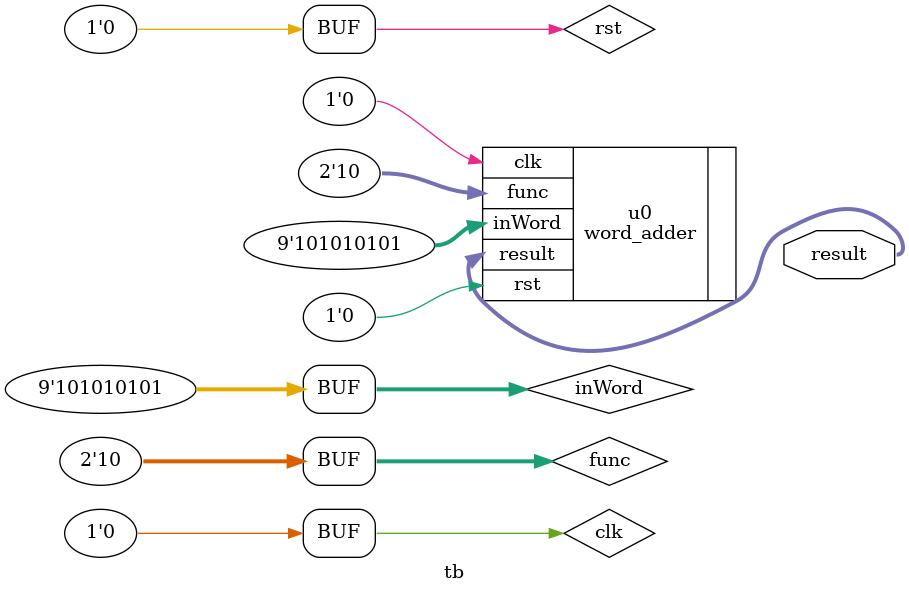
<source format=v>
module tb(result);

  wire clk;
  wire [1:0] func;
  wire [8:0] inWord;
  wire rst;
  output [8:0] result;

  word_adder u0 (
    .clk(clk),
    .func(func),
    .inWord(inWord),
    .rst(rst),
    .result(result)
  );

  assign inWord = 9'b101010101;
  assign func = 2'b10;
  assign clk = 0;
  assign rst = 0;


endmodule

</source>
